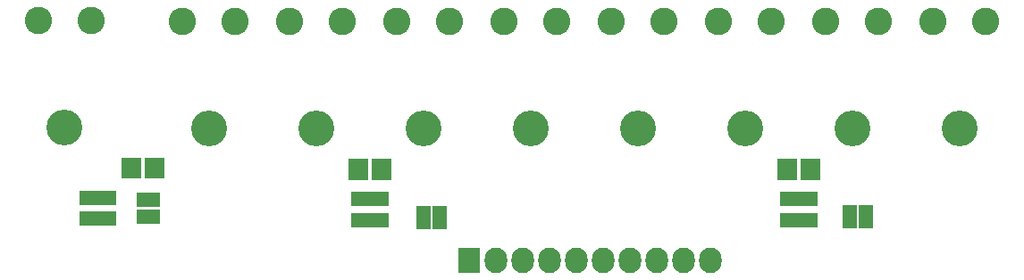
<source format=gbr>
G04 #@! TF.FileFunction,Soldermask,Top*
%FSLAX46Y46*%
G04 Gerber Fmt 4.6, Leading zero omitted, Abs format (unit mm)*
G04 Created by KiCad (PCBNEW 4.0.2-stable) date 15/05/2017 14:24:20*
%MOMM*%
G01*
G04 APERTURE LIST*
%ADD10C,0.100000*%
%ADD11R,2.127200X2.432000*%
%ADD12O,2.127200X2.432000*%
%ADD13R,0.900000X1.400000*%
%ADD14R,1.100000X1.400000*%
%ADD15R,1.900000X0.750000*%
%ADD16R,1.400000X0.650000*%
%ADD17R,0.650000X1.400000*%
%ADD18C,2.600000*%
%ADD19C,3.400000*%
G04 APERTURE END LIST*
D10*
D11*
X147320000Y-70612000D03*
D12*
X149860000Y-70612000D03*
X152400000Y-70612000D03*
X154940000Y-70612000D03*
X157480000Y-70612000D03*
X160020000Y-70612000D03*
X162560000Y-70612000D03*
X165100000Y-70612000D03*
X167640000Y-70612000D03*
X170180000Y-70612000D03*
D13*
X178962000Y-64786000D03*
X178962000Y-66786000D03*
X178162000Y-64786000D03*
X178162000Y-66786000D03*
D14*
X179812000Y-64786000D03*
X177312000Y-64786000D03*
X177312000Y-66786000D03*
X179812000Y-66786000D03*
D13*
X138322000Y-64786000D03*
X138322000Y-66786000D03*
X137522000Y-64786000D03*
X137522000Y-66786000D03*
D14*
X139172000Y-64786000D03*
X136672000Y-64786000D03*
X136672000Y-66786000D03*
X139172000Y-66786000D03*
D13*
X112541000Y-64659000D03*
X112541000Y-66659000D03*
X111741000Y-64659000D03*
X111741000Y-66659000D03*
D14*
X113391000Y-64659000D03*
X110891000Y-64659000D03*
X110891000Y-66659000D03*
X113391000Y-66659000D03*
D15*
X177462000Y-62626000D03*
X177462000Y-61976000D03*
X177462000Y-61326000D03*
X179662000Y-61326000D03*
X179662000Y-61976000D03*
X179662000Y-62626000D03*
X179662000Y-62626000D03*
X179662000Y-61976000D03*
X179662000Y-61326000D03*
X177462000Y-61326000D03*
X177462000Y-61976000D03*
X177462000Y-62626000D03*
X136822000Y-62626000D03*
X136822000Y-61976000D03*
X136822000Y-61326000D03*
X139022000Y-61326000D03*
X139022000Y-61976000D03*
X139022000Y-62626000D03*
X139022000Y-62626000D03*
X139022000Y-61976000D03*
X139022000Y-61326000D03*
X136822000Y-61326000D03*
X136822000Y-61976000D03*
X136822000Y-62626000D03*
D16*
X144539000Y-66798000D03*
X144539000Y-66298000D03*
X144539000Y-65798000D03*
X144539000Y-67298000D03*
X142989000Y-67298000D03*
X142989000Y-65798000D03*
X142989000Y-66298000D03*
X142989000Y-66798000D03*
X184925000Y-66671000D03*
X184925000Y-66171000D03*
X184925000Y-65671000D03*
X184925000Y-67171000D03*
X183375000Y-67171000D03*
X183375000Y-65671000D03*
X183375000Y-66171000D03*
X183375000Y-66671000D03*
D15*
X117559000Y-61199000D03*
X117559000Y-61849000D03*
X117559000Y-62499000D03*
X115359000Y-62499000D03*
X115359000Y-61849000D03*
X115359000Y-61199000D03*
X115359000Y-61199000D03*
X115359000Y-61849000D03*
X115359000Y-62499000D03*
X117559000Y-62499000D03*
X117559000Y-61849000D03*
X117559000Y-61199000D03*
D17*
X117217000Y-64884000D03*
X116717000Y-64884000D03*
X116217000Y-64884000D03*
X117717000Y-64884000D03*
X117717000Y-66434000D03*
X116217000Y-66434000D03*
X116717000Y-66434000D03*
X117217000Y-66434000D03*
D18*
X106500000Y-47800000D03*
D19*
X109000000Y-58000000D03*
D18*
X111500000Y-47800000D03*
X120182000Y-47886000D03*
D19*
X122682000Y-58086000D03*
D18*
X125182000Y-47886000D03*
X130342000Y-47886000D03*
D19*
X132842000Y-58086000D03*
D18*
X135342000Y-47886000D03*
X140502000Y-47886000D03*
D19*
X143002000Y-58086000D03*
D18*
X145502000Y-47886000D03*
X150662000Y-47886000D03*
D19*
X153162000Y-58086000D03*
D18*
X155662000Y-47886000D03*
X160822000Y-47886000D03*
D19*
X163322000Y-58086000D03*
D18*
X165822000Y-47886000D03*
X170982000Y-47886000D03*
D19*
X173482000Y-58086000D03*
D18*
X175982000Y-47886000D03*
X181142000Y-47886000D03*
D19*
X183642000Y-58086000D03*
D18*
X186142000Y-47886000D03*
X191302000Y-47886000D03*
D19*
X193802000Y-58086000D03*
D18*
X196302000Y-47886000D03*
M02*

</source>
